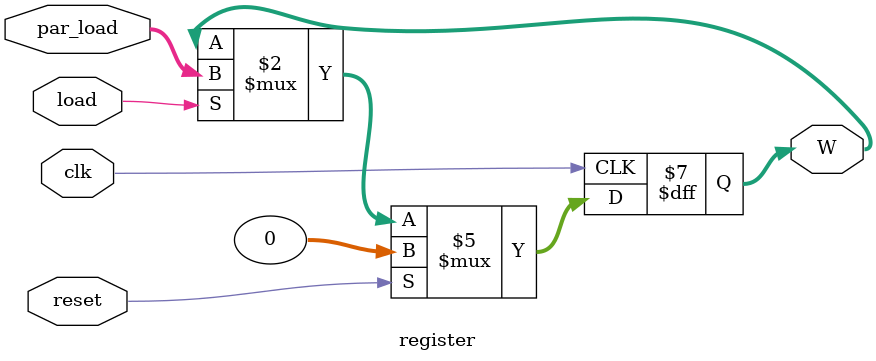
<source format=v>
module register #(parameter N=32)(
    input clk,load , reset,
    input [N-1:0] par_load,
    output reg [N-1:0] W
);

    always @(posedge clk) begin 
        if (reset) 
            W <= {N{1'b0}};
        else if (load) 
            W <= par_load;
    end
endmodule
</source>
